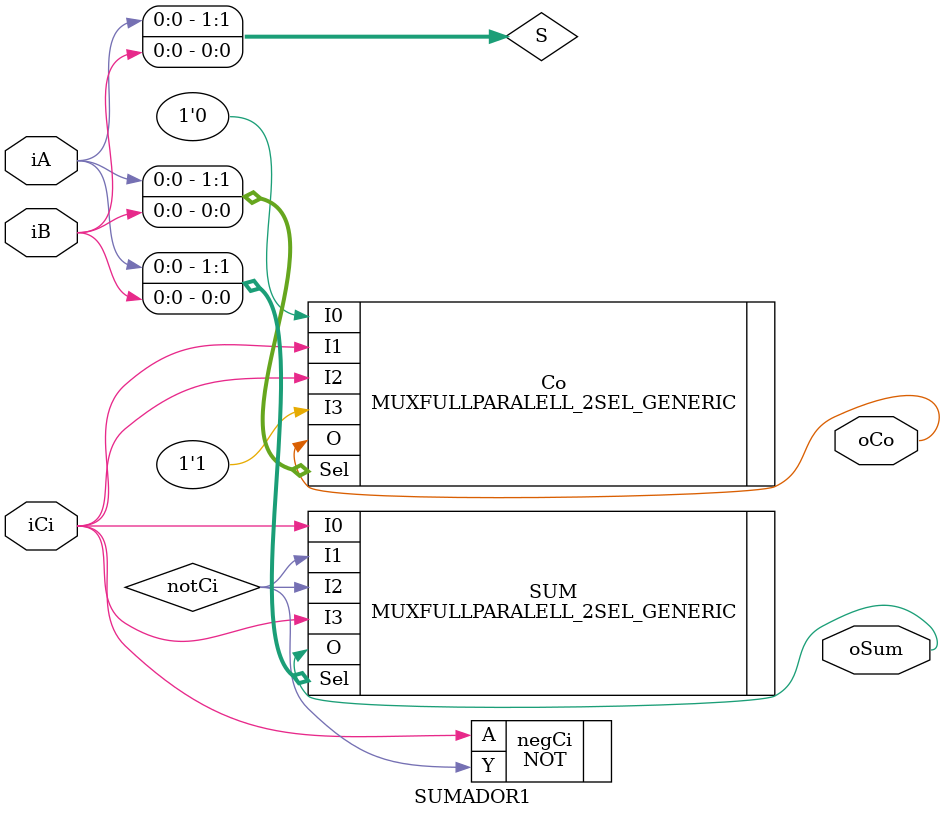
<source format=v>

`timescale 1ns / 1ps
`include "Collaterals.v"


/*
A continuación se definen los módulos básicos:

1- Flip Flop de flanco positivo FFD_POSEDGE
2- Compuerta AND MOD_AND
3- Seleccionador de número de precarga MOD_LOAD_SEL
4- Registros de salida FF_SALIDA
5- Sumador básico de 1 bit con acarreo SUMADOR1
*/

/*FlipFlop de flanco positivo
Hecho con dos latches D y un inversor, se construyó un FlipFlop básico de 1 bit
para usarse en los registros de interés de nuestro contador sincrónico. Posee una entrada
Enable para dejar el valor anterior a la salida.
*/  
module FFD_POSEDGE
(
	input wire				CLK,
	input wire				Enable,
	input wire             	D,
	output wire 	        Q
);

wire salida_LD1;
wire CLK_NEG;
wire Qoutput;


NOT inversor
(
	.A(CLK),
	.Y(CLK_NEG)
);


DLATCH_P LD1 
(
	.E(CLK_NEG),
	.D(D),
	.Q(salida_LD1)
);

DLATCH_P LD2 
(
	.E(CLK),
	.D(salida_LD1),
	.Q(Qoutput)
);

//este Latch es controlado por la señal de Enable, haciendo que si esta Enable = 1,
//el Latch sea transparente y se vea la salida del FlipFlop y si no, se vea el estado anterior.
DLATCH_P Qexit 
(
	.E(Enable),
	.D(Qoutput),
	.Q(Q)
);


endmodule

/*Compuerta AND
Hecha con una NAND con un inversor a la salida
*/

module MOD_AND
(
	input wire iA,
	input wire iB,
	output wire oY
);

wire salida_nand;

NAND NoY
(
	.A(iA),
	.B(iB),
	.Y(salida_nand)

);

NOT inv
(
	.A(salida_nand),
	.Y(oY)
);

endmodule


/*Multiplexor de N bits de ancho MOD_MUX
Este dispositivo me permite elegir una de cuatro entradas, mediante el uso de dos bits de selección.
Cada entrada es de N bits de ancho [N-1:0] al igual que la salida y se construirá usando MUX de 4:1

Este MUX se usa para definir, según el modo de operación, que número entra en el sumador de 4 bits básico
MODO 00 >> +1
MODO 01 >> -1
MODO 10 >> -3
MODO 11 >> +0

También se reutiliza para seleccionar salida del sumador de 4 bits y elegir entre mostrar el resultado de la
suma para seguir sumando o escoger el valor de precarga.
*/

module MOD_MUX # ( parameter N = 32 )
(
	input wire [1:0] iSel,
	input wire [N-1:0] iI0, iI1, iI2, iI3,
	output wire [N-1:0] Output
);

/*
Mediante generate se crean N MUXES para seleccionar entre los valores que corresponden a cada MODO de operación;
cada valor es de N bits y la salida también.

se genera un MUX desde el LSB hasta el MSB
*/

genvar i;

generate
	for(i=0; i<N; i=i+1)
	begin:MUXES
		MUXFULLPARALELL_2SEL_GENERIC MUX1
		(
			.Sel(iSel),
			.I0(iI0[i]),
			.I1(iI1[i]),
			.I2(iI2[i]),
			.I3(iI3[i]),
			.O(Output[i])
		);
	end
endgenerate

endmodule


/*
Seleccionador de número de precarga 
MOD_LOAD_SEL

inputs:
iCARGA >> N bits; número de precarga definido por el usuario.
iS >> N bits; salida del sumador.
iC >> 1 bit; bit de acarreo del sumador.
iSelect >> 1 bit; selecciona entre la salida del sumador para seguir contando (iSelect=0) o el número de precarga (iSelect=1)
CLK >> clock del sistema para sincronizar la selección 

outputs:
la salida es de N+1 bits: N del numero + 1 bit del carry proveniente del sumador.
oMS >> N bits; salida del multiplexor
MRCO >> 1 bit; carry de salida del sumador

Este módulo en escencia es una multiplexor de 2 a 1, que elige entre la salida del sumador de N bits o el número de precarga (iCARGA) que se
le ponga al contador. En caso de elegir el número de precarga iCARGA, el carry a la salida del mux MRCO se pondrá a cero. 

*/

module MOD_LOAD_SEL # ( parameter N = 32 )
(
	input wire iSelect,
	input wire CLK,
	input wire [N-1:0] iCARGA,
	input wire [N-1:0] iS,
	input wire iC,
	output wire [N-1:0] oMS,
	output wire MRCO
);

wire bitSelector;
wire [1:0] iSel;
assign iSel = {bitSelector, bitSelector};


//La entrada de selección debe sincronizarse con el resto del circuito, por eso usamos un FlipFlop
FFD_POSEDGE FF_SEL
(
	.CLK(CLK),
	.Enable(1'b1),
	.D(iSelect),
	.Q(bitSelector)
);

genvar i;

generate
	for(i=0; i<N; i=i+1)
	begin:ME
		MUXFULLPARALELL_2SEL_GENERIC MExit
		(
			.Sel(iSel),
			.I0(iS[i]),
			.I1(iS[i]),
			.I2(iS[i]),
			.I3(iCARGA[i]),
			.O(oMS[i])
		);
	end
endgenerate

//Bit del acarreo proveniente del sumador

MUXFULLPARALELL_2SEL_GENERIC MUX_RCO
(
	.Sel(iSel),
	.I0(iC),
	.I1(iC),
	.I2(iC),
	.I3(1'b0),
	.O(MRCO)
);

endmodule


/*
Registros de salida FF_SALIDA_N
Esta es la parte más importante para asegurarnos que el contador tiene caracter sincrónico 
ya que al guardar los resultados en este registro, todo el circuito del contador se 
sincroniza.


El modulo recibe los N bits de salida del sumador de N bits o los N bits de CARGA, más
el carry (iRCO) del sumador, Enable (iEN) y el Clock.

 FF_SALIDA_N 

 ENTRADAS:
 
	input wire [N:0] iX,
	input wire CLK,
	input wire iRCO,
	input wire iEN,
	
SALIDAS:
	output wire [N:0] oSalida,
	output wire oCarry

PARÁMETROS:

	N: define el número de bits con el que se trabaja; lo usa el comando generate interno

*/

module FF_SALIDA_N # ( parameter N = 32 )
(
	input wire [N-1:0] iX,
	input wire CLK,
	input wire iRCO,
	input wire iEN,
	output wire [N-1:0] oSalida,
	output wire oCarry
);

//FlipFlop que recibe el resultado de la suma
//LSB X0 -------------------- MSB X_N

//variables para generate y para interconectar módulos
genvar i;

generate
	for(i=0; i<N; i=i+1)
	begin:REGS
		FFD_POSEDGE FFD0
		(
			.CLK(CLK),
			.Enable(iEN),
			.D(iX[i]),
			.Q(oSalida[i])
		);		
	end
endgenerate


FFD_POSEDGE FFD_RCO
(
	.CLK(CLK),
	.Enable(iEN),
	.D(iRCO),
	.Q(oCarry)
);

endmodule

/* Módulo sumador de 1 bit
Este módulo es un sumador básico de 1 bit hecho a base de multiplexores de 4:1
Las funciones lógicas para calcular el resultdo de la suma y el acarreo con fáciles
de implementar con multiplexores de 4:1
	
	entradas:
	input wire iA,        sumando 1
	input wire iB,        sumando 2
	input wire iCi,       acarreo de entrada
	
	salidas:
	output reg oCo,       acarreo de salida
	output reg oSum       iA+iB=oSum
*/

module SUMADOR1
(
	input wire iA,
	input wire iB,
	input wire iCi,
	output wire oCo,
	output wire oSum
);

/*Se usarán dos muxes: uno para la lógica de Suma
y otro para la lógica del acarreo de salida oCo

La variable S es para unir los sumandos A y B en una variable de 2 bits que funcionará como selector de ambos muxes
notCi es Ci negado (se ocupa en dos ocasiones)

*/
wire [1:0] S;
wire notCi;

assign S = {iA, iB};

NOT negCi
(
	.A(iCi),
	.Y(notCi)
); 

MUXFULLPARALELL_2SEL_GENERIC SUM
(
	.Sel(S),
	.I0(iCi),
	.I1(notCi),
	.I2(notCi),
	.I3(iCi),
	.O(oSum)
);

MUXFULLPARALELL_2SEL_GENERIC Co
(
	.Sel(S),
	.I0(1'b0),
	.I1(iCi),
	.I2(iCi),
	.I3(1'b1),
	.O(oCo)
);

endmodule

</source>
